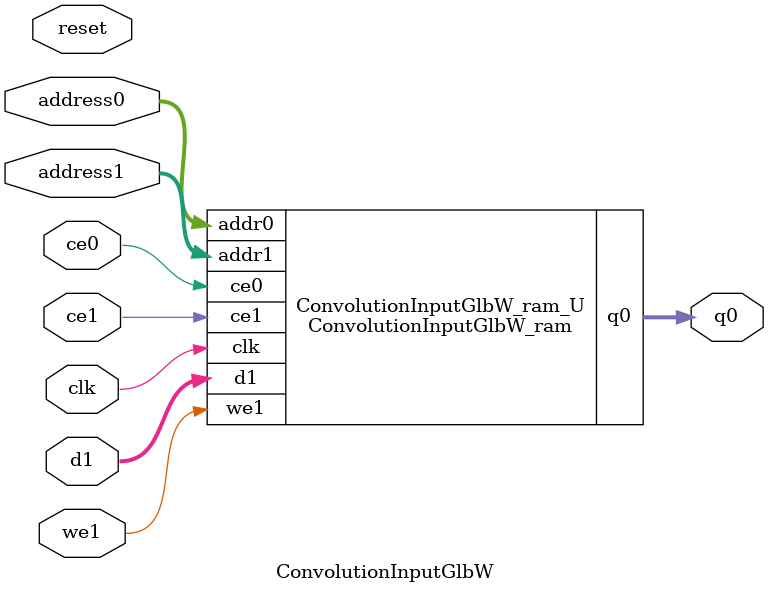
<source format=v>

`timescale 1 ns / 1 ps
module ConvolutionInputGlbW_ram (addr0, ce0, q0, addr1, ce1, d1, we1,  clk);

parameter DWIDTH = 32;
parameter AWIDTH = 7;
parameter MEM_SIZE = 120;

input[AWIDTH-1:0] addr0;
input ce0;
output reg[DWIDTH-1:0] q0;
input[AWIDTH-1:0] addr1;
input ce1;
input[DWIDTH-1:0] d1;
input we1;
input clk;

reg [DWIDTH-1:0] ram[0:MEM_SIZE-1];




always @(posedge clk)  
begin 
    if (ce0) 
    begin
            q0 <= ram[addr0];
    end
end


always @(posedge clk)  
begin 
    if (ce1) 
    begin
        if (we1) 
        begin 
            ram[addr1] <= d1; 
        end 
    end
end


endmodule


`timescale 1 ns / 1 ps
module ConvolutionInputGlbW(
    reset,
    clk,
    address0,
    ce0,
    q0,
    address1,
    ce1,
    we1,
    d1);

parameter DataWidth = 32'd32;
parameter AddressRange = 32'd120;
parameter AddressWidth = 32'd7;
input reset;
input clk;
input[AddressWidth - 1:0] address0;
input ce0;
output[DataWidth - 1:0] q0;
input[AddressWidth - 1:0] address1;
input ce1;
input we1;
input[DataWidth - 1:0] d1;



ConvolutionInputGlbW_ram ConvolutionInputGlbW_ram_U(
    .clk( clk ),
    .addr0( address0 ),
    .ce0( ce0 ),
    .q0( q0 ),
    .addr1( address1 ),
    .ce1( ce1 ),
    .we1( we1 ),
    .d1( d1 ));

endmodule


</source>
